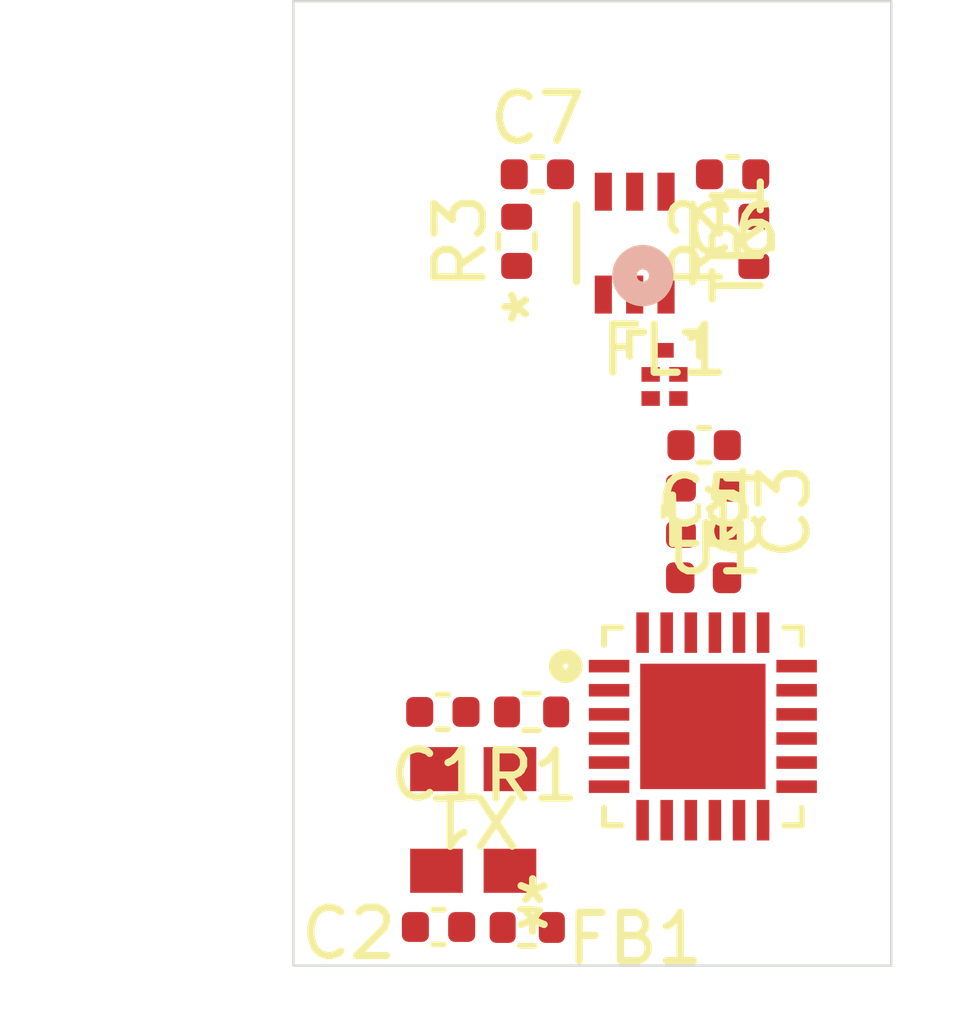
<source format=kicad_pcb>
(kicad_pcb (version 20241229) (generator "pcbnew") (generator_version "9.0")
  (layers (0 "F.Cu" signal) (2 "B.Cu" signal) (13 "F.Paste" user) (15 "B.Paste" user) (5 "F.SilkS" user "F.Silkscreen") (7 "B.SilkS" user "B.Silkscreen") (1 "F.Mask" user) (3 "B.Mask" user) (25 "Edge.Cuts" user))
  (net 0 "")
  (net 3 "GND")
  (net 4 "Net-(U1-RFI_P)")
  (net 10 "Net-(TR1-CTRL)")
  (net 13 "Net-(FL1-OUT)")
  (net 22 "/CLK_{32M}")
  (net 23 "/DIO3_CLK_{EN}")
  (net 24 "/~{RESET}")
  (net 25 "Net-(C1-Pad2)")
  (net 26 "Net-(X1-XO)")
  (net 27 "Net-(X1-VCC)")
  (net 28 "Net-(U1-RFI_N)")
  (net 29 "Net-(FL1-IN)")
  (net 30 "/DIO2")
  (net 31 "Net-(TR1-~{CTRL}{slash}VDD)")
  (net 32 "/MCU_ANT_{SW}")
  (footprint "LoRa-TW:IC5_B39931B2645P810_QUA" (layer "F.Cu") (at 154.0475 118.560125)
    (property "Reference" "FL1" (at 0 -0.500126 0) (layer "F.SilkS"))
    (property "Value" "SAW 922.5MHz")
    (fp_line (start -0.7239 -0.8763) (end -0.7239 -0.37669) (stroke (width 0.1524)) (layer "F.SilkS"))
    (fp_line (start -0.436754 -0.8763) (end -0.7239 -0.8763) (stroke (width 0.1524)) (layer "F.SilkS"))
    (fp_line (start 0.7239 -0.8763) (end 0.436754 -0.8763) (stroke (width 0.1524)) (layer "F.SilkS"))
    (fp_line (start 0.7239 -0.37669) (end 0.7239 -0.8763) (stroke (width 0.1524)) (layer "F.SilkS"))
    (fp_circle (center -0.45 -2.05) (end -0.069 -2.05) (stroke (width 0.508)) (fill no) (layer "F.SilkS"))
    (fp_circle (center -0.45 -2.05) (end -0.069 -2.05) (stroke (width 0.508)) (fill no) (layer "B.SilkS"))
    (pad "1" smd rect (at 0 -0.500126) (size 0.381 0.3048) (layers "F.Cu" "F.Mask" "F.Paste") (net 29 "Net-(FL1-IN)"))
    (pad "2" smd rect (at -0.2875 0) (size 0.381 0.3048) (layers "F.Cu" "F.Mask" "F.Paste") (net 3 "GND"))
    (pad "3" smd rect (at -0.2875 0.499875) (size 0.381 0.3048) (layers "F.Cu" "F.Mask" "F.Paste") (net 3 "GND"))
    (pad "4" smd rect (at 0.2875 0.499875) (size 0.381 0.3048) (layers "F.Cu" "F.Mask" "F.Paste") (net 13 "Net-(FL1-OUT)"))
    (pad "5" smd rect (at 0.2875 0) (size 0.381 0.3048) (layers "F.Cu" "F.Mask" "F.Paste") (net 3 "GND"))
  )
  (footprint "Capacitor_SMD:C_0402_1005Metric" (layer "F.Cu") (at 155.37 121.4 -90)
    (property "Reference" "C3" (at 0 -1.16 90) (layer "F.SilkS"))
    (property "Value" "1p8")
    (fp_line (start -0.107836 0.36) (end 0.107836 0.36) (stroke (width 0.12)) (layer "F.SilkS"))
    (fp_line (start -0.107836 -0.36) (end 0.107836 -0.36) (stroke (width 0.12)) (layer "F.SilkS"))
    (pad "1" smd roundrect (at -0.48 0 270) (size 0.56 0.62) (layers "F.Cu" "F.Mask" "F.Paste") (net 3 "GND"))
    (pad "2" smd roundrect (at 0.48 0 270) (size 0.56 0.62) (layers "F.Cu" "F.Mask" "F.Paste") (net 4 "Net-(U1-RFI_P)"))
  )
  (footprint "Capacitor_SMD:C_0402_1005Metric" (layer "F.Cu") (at 149.45 125.56)
    (property "Reference" "C1" (at -0.107836 1.31 0) (layer "F.SilkS"))
    (property "Value" "10P")
    (fp_line (start -0.107836 -0.36) (end 0.107836 -0.36) (stroke (width 0.12)) (layer "F.SilkS"))
    (fp_line (start -0.107836 0.36) (end 0.107836 0.36) (stroke (width 0.12)) (layer "F.SilkS"))
    (pad "1" smd roundrect (at -0.48 0) (size 0.56 0.62) (layers "F.Cu" "F.Mask" "F.Paste") (net 26 "Net-(X1-XO)"))
    (pad "2" smd roundrect (at 0.48 0) (size 0.56 0.62) (layers "F.Cu" "F.Mask" "F.Paste") (net 25 "Net-(C1-Pad2)"))
  )
  (footprint "LoRa-TW:NT2016SA_NDK" (layer "F.Cu") (at 150.08 127.8 180)
    (property "Reference" "X1" (at 0 0 180) (layer "F.SilkS"))
    (property "Value" "TCXO, 32MHz, 2.0x1.6mm")
    (fp_text user "*" (at -1.2319 -1.7653 180) (layer "F.SilkS"))
    (fp_text user "*" (at -1.2319 -1.7653 180) (layer "F.SilkS"))
    (pad "1" smd rect (at -0.762 -1.0541 180) (size 1.0922 0.9144) (layers "F.Cu" "F.Mask" "F.Paste") (net 3 "GND"))
    (pad "2" smd rect (at -0.762 1.0541 180) (size 1.0922 0.9144) (layers "F.Cu" "F.Mask" "F.Paste") (net 3 "GND"))
    (pad "3" smd rect (at 0.762 1.0541 180) (size 1.0922 0.9144) (layers "F.Cu" "F.Mask" "F.Paste") (net 26 "Net-(X1-XO)"))
    (pad "4" smd rect (at 0.762 -1.0541 180) (size 1.0922 0.9144) (layers "F.Cu" "F.Mask" "F.Paste") (net 27 "Net-(X1-VCC)"))
  )
  (footprint "Resistor_SMD:R_0402_1005Metric" (layer "F.Cu") (at 151.2 130.03)
    (property "Reference" "FB1" (at 2.2435 0.2333 0) (layer "F.SilkS"))
    (property "Value" "100K")
    (fp_line (start -0.153641 -0.38) (end 0.153641 -0.38) (stroke (width 0.12)) (layer "F.SilkS"))
    (fp_line (start -0.153641 0.38) (end 0.153641 0.38) (stroke (width 0.12)) (layer "F.SilkS"))
    (pad "1" smd roundrect (at -0.51 0) (size 0.54 0.64) (layers "F.Cu" "F.Mask" "F.Paste") (net 27 "Net-(X1-VCC)"))
    (pad "2" smd roundrect (at 0.51 0) (size 0.54 0.64) (layers "F.Cu" "F.Mask" "F.Paste") (net 23 "/DIO3_CLK_{EN}"))
  )
  (footprint "Capacitor_SMD:C_0402_1005Metric" (layer "F.Cu") (at 154.86855 120.027375 180)
    (property "Reference" "C5" (at 0 -1.16 0) (layer "F.SilkS"))
    (property "Value" "2p4")
    (fp_line (start -0.107836 0.36) (end 0.107836 0.36) (stroke (width 0.12)) (layer "F.SilkS"))
    (fp_line (start -0.107836 -0.36) (end 0.107836 -0.36) (stroke (width 0.12)) (layer "F.SilkS"))
    (pad "1" smd roundrect (at -0.48 0 180) (size 0.56 0.62) (layers "F.Cu" "F.Mask" "F.Paste") (net 3 "GND"))
    (pad "2" smd roundrect (at 0.48 0 180) (size 0.56 0.62) (layers "F.Cu" "F.Mask" "F.Paste") (net 13 "Net-(FL1-OUT)"))
  )
  (footprint "Capacitor_SMD:C_0402_1005Metric" (layer "F.Cu") (at 151.41 114.41)
    (property "Reference" "C7" (at 0 -1.16 0) (layer "F.SilkS"))
    (property "Value" "1n")
    (fp_line (start -0.107836 -0.36) (end 0.107836 -0.36) (stroke (width 0.12)) (layer "F.SilkS"))
    (fp_line (start -0.107836 0.36) (end 0.107836 0.36) (stroke (width 0.12)) (layer "F.SilkS"))
    (pad "1" smd roundrect (at -0.48 0) (size 0.56 0.62) (layers "F.Cu" "F.Mask" "F.Paste") (net 3 "GND"))
    (pad "2" smd roundrect (at 0.48 0) (size 0.56 0.62) (layers "F.Cu" "F.Mask" "F.Paste") (net 31 "Net-(TR1-~{CTRL}{slash}VDD)"))
  )
  (footprint "Resistor_SMD:R_0402_1005Metric" (layer "F.Cu") (at 151.29 125.56)
    (property "Reference" "R1" (at 0 1.33 0) (layer "F.SilkS"))
    (property "Value" "220")
    (fp_line (start -0.153641 -0.38) (end 0.153641 -0.38) (stroke (width 0.12)) (layer "F.SilkS"))
    (fp_line (start -0.153641 0.38) (end 0.153641 0.38) (stroke (width 0.12)) (layer "F.SilkS"))
    (pad "1" smd roundrect (at -0.51 0) (size 0.54 0.64) (layers "F.Cu" "F.Mask" "F.Paste") (net 25 "Net-(C1-Pad2)"))
    (pad "2" smd roundrect (at 0.51 0) (size 0.54 0.64) (layers "F.Cu" "F.Mask" "F.Paste") (net 22 "/CLK_{32M}"))
  )
  (footprint "Resistor_SMD:R_0402_1005Metric" (layer "F.Cu") (at 155.9 115.8 90)
    (property "Reference" "R2" (at 0 -1.17 90) (layer "F.SilkS"))
    (property "Value" "100")
    (fp_line (start -0.153641 -0.38) (end 0.153641 -0.38) (stroke (width 0.12)) (layer "F.SilkS"))
    (fp_line (start -0.153641 0.38) (end 0.153641 0.38) (stroke (width 0.12)) (layer "F.SilkS"))
    (pad "1" smd roundrect (at -0.51 0 90) (size 0.54 0.64) (layers "F.Cu" "F.Mask" "F.Paste") (net 30 "/DIO2"))
    (pad "2" smd roundrect (at 0.51 0 90) (size 0.54 0.64) (layers "F.Cu" "F.Mask" "F.Paste") (net 10 "Net-(TR1-CTRL)"))
  )
  (footprint "LoRa-TW:SX1262IMLTRT" (layer "F.Cu") (at 154.8425 125.860125)
    (property "Reference" "U1" (at 0.254 -3.683 0) (layer "F.SilkS"))
    (property "Value" "SX1262IMLTRT")
    (fp_line (start -2.05 -2.05) (end -2.05 -1.69) (stroke (width 0.127)) (layer "F.SilkS"))
    (fp_line (start -2.05 2.05) (end -2.05 1.69) (stroke (width 0.127)) (layer "F.SilkS"))
    (fp_line (start -1.69 -2.05) (end -2.05 -2.05) (stroke (width 0.127)) (layer "F.SilkS"))
    (fp_line (start -1.69 2.05) (end -2.05 2.05) (stroke (width 0.127)) (layer "F.SilkS"))
    (fp_line (start 1.69 2.05) (end 2.05 2.05) (stroke (width 0.127)) (layer "F.SilkS"))
    (fp_line (start 2.05 -2.05) (end 1.69 -2.05) (stroke (width 0.127)) (layer "F.SilkS"))
    (fp_line (start 2.05 -1.69) (end 2.05 -2.05) (stroke (width 0.127)) (layer "F.SilkS"))
    (fp_line (start 2.05 2.05) (end 2.05 1.69) (stroke (width 0.127)) (layer "F.SilkS"))
    (fp_circle (center -2.845 -1.25) (end -2.795 -1.25) (stroke (width 0.3)) (fill no) (layer "F.SilkS"))
    (pad "1" smd rect (at -1.945 -1.25) (size 0.84 0.26) (layers "F.Cu" "F.Mask" "F.Paste"))
    (pad "2" smd rect (at -1.945 -0.75) (size 0.84 0.26) (layers "F.Cu" "F.Mask" "F.Paste") (net 3 "GND"))
    (pad "3" smd rect (at -1.945 -0.25) (size 0.84 0.26) (layers "F.Cu" "F.Mask" "F.Paste") (net 22 "/CLK_{32M}"))
    (pad "4" smd rect (at -1.945 0.25) (size 0.84 0.26) (layers "F.Cu" "F.Mask" "F.Paste"))
    (pad "5" smd rect (at -1.945 0.75) (size 0.84 0.26) (layers "F.Cu" "F.Mask" "F.Paste") (net 3 "GND"))
    (pad "6" smd rect (at -1.945 1.25) (size 0.84 0.26) (layers "F.Cu" "F.Mask" "F.Paste") (net 23 "/DIO3_CLK_{EN}"))
    (pad "7" smd rect (at -1.25 1.945) (size 0.26 0.84) (layers "F.Cu" "F.Mask" "F.Paste"))
    (pad "8" smd rect (at -0.75 1.945) (size 0.26 0.84) (layers "F.Cu" "F.Mask" "F.Paste") (net 3 "GND"))
    (pad "9" smd rect (at -0.25 1.945) (size 0.26 0.84) (layers "F.Cu" "F.Mask" "F.Paste"))
    (pad "10" smd rect (at 0.25 1.945) (size 0.26 0.84) (layers "F.Cu" "F.Mask" "F.Paste"))
    (pad "11" smd rect (at 0.75 1.945) (size 0.26 0.84) (layers "F.Cu" "F.Mask" "F.Paste"))
    (pad "12" smd rect (at 1.25 1.945) (size 0.26 0.84) (layers "F.Cu" "F.Mask" "F.Paste") (net 30 "/DIO2"))
    (pad "13" smd rect (at 1.945 1.25) (size 0.84 0.26) (layers "F.Cu" "F.Mask" "F.Paste"))
    (pad "14" smd rect (at 1.945 0.75) (size 0.84 0.26) (layers "F.Cu" "F.Mask" "F.Paste"))
    (pad "15" smd rect (at 1.945 0.25) (size 0.84 0.26) (layers "F.Cu" "F.Mask" "F.Paste") (net 24 "/~{RESET}"))
    (pad "16" smd rect (at 1.945 -0.25) (size 0.84 0.26) (layers "F.Cu" "F.Mask" "F.Paste"))
    (pad "17" smd rect (at 1.945 -0.75) (size 0.84 0.26) (layers "F.Cu" "F.Mask" "F.Paste"))
    (pad "18" smd rect (at 1.945 -1.25) (size 0.84 0.26) (layers "F.Cu" "F.Mask" "F.Paste"))
    (pad "19" smd rect (at 1.25 -1.945) (size 0.26 0.84) (layers "F.Cu" "F.Mask" "F.Paste"))
    (pad "20" smd rect (at 0.75 -1.945) (size 0.26 0.84) (layers "F.Cu" "F.Mask" "F.Paste") (net 3 "GND"))
    (pad "21" smd rect (at 0.25 -1.945) (size 0.26 0.84) (layers "F.Cu" "F.Mask" "F.Paste") (net 4 "Net-(U1-RFI_P)"))
    (pad "22" smd rect (at -0.25 -1.945) (size 0.26 0.84) (layers "F.Cu" "F.Mask" "F.Paste") (net 28 "Net-(U1-RFI_N)"))
    (pad "23" smd rect (at -0.75 -1.945) (size 0.26 0.84) (layers "F.Cu" "F.Mask" "F.Paste"))
    (pad "24" smd rect (at -1.25 -1.945) (size 0.26 0.84) (layers "F.Cu" "F.Mask" "F.Paste"))
    (pad "25" smd rect (at 0 0) (size 2.6 2.6) (layers "F.Cu" "F.Mask") (net 3 "GND"))
  )
  (footprint "Capacitor_SMD:C_0402_1005Metric" (layer "F.Cu") (at 155.46 114.41 180)
    (property "Reference" "C6" (at 0 -1.16 0) (layer "F.SilkS"))
    (property "Value" "1n")
    (fp_line (start -0.107836 0.36) (end 0.107836 0.36) (stroke (width 0.12)) (layer "F.SilkS"))
    (fp_line (start -0.107836 -0.36) (end 0.107836 -0.36) (stroke (width 0.12)) (layer "F.SilkS"))
    (pad "1" smd roundrect (at -0.48 0 180) (size 0.56 0.62) (layers "F.Cu" "F.Mask" "F.Paste") (net 3 "GND"))
    (pad "2" smd roundrect (at 0.48 0 180) (size 0.56 0.62) (layers "F.Cu" "F.Mask" "F.Paste") (net 10 "Net-(TR1-CTRL)"))
  )
  (footprint "Resistor_SMD:R_0402_1005Metric" (layer "F.Cu") (at 150.98 115.8 90)
    (property "Reference" "R3" (at 0 -1.17 90) (layer "F.SilkS"))
    (property "Value" "100")
    (fp_line (start -0.153641 -0.38) (end 0.153641 -0.38) (stroke (width 0.12)) (layer "F.SilkS"))
    (fp_line (start -0.153641 0.38) (end 0.153641 0.38) (stroke (width 0.12)) (layer "F.SilkS"))
    (pad "1" smd roundrect (at -0.51 0 90) (size 0.54 0.64) (layers "F.Cu" "F.Mask" "F.Paste") (net 32 "/MCU_ANT_{SW}"))
    (pad "2" smd roundrect (at 0.51 0 90) (size 0.54 0.64) (layers "F.Cu" "F.Mask" "F.Paste") (net 31 "Net-(TR1-~{CTRL}{slash}VDD)"))
  )
  (footprint "Inductor_SMD:L_0402_1005Metric" (layer "F.Cu") (at 154.85855 122.777375)
    (property "Reference" "L1" (at 0 -1.17 0) (layer "F.SilkS"))
    (property "Value" "15n")
    (pad "1" smd roundrect (at -0.485 0) (size 0.59 0.64) (layers "F.Cu" "F.Mask" "F.Paste") (net 28 "Net-(U1-RFI_N)"))
    (pad "2" smd roundrect (at 0.485 0) (size 0.59 0.64) (layers "F.Cu" "F.Mask" "F.Paste") (net 4 "Net-(U1-RFI_P)"))
  )
  (footprint "LoRa-TW:SC-70-6_PSM" (layer "F.Cu") (at 153.42855 115.837375 90)
    (property "Reference" "TR1" (at 0.1 2.15 90) (layer "F.SilkS"))
    (property "Value" "PE4259-63")
    (fp_line (start 0.8001 -1.2065) (end -0.8001 -1.2065) (stroke (width 0.1524)) (layer "F.SilkS"))
    (fp_line (start -0.8001 1.2065) (end 0.8001 1.2065) (stroke (width 0.1524)) (layer "F.SilkS"))
    (fp_text user "*" (at -1.3208 -2.1486 90) (layer "F.SilkS"))
    (fp_text user "*" (at -1.3208 -2.1486 90) (layer "F.SilkS"))
    (pad "1" smd rect (at -1.0668 -0.649999 90) (size 0.7874 0.3556) (layers "F.Cu" "F.Mask" "F.Paste"))
    (pad "2" smd rect (at -1.0668 0 90) (size 0.7874 0.3556) (layers "F.Cu" "F.Mask" "F.Paste"))
    (pad "3" smd rect (at -1.0668 0.649999 90) (size 0.7874 0.3556) (layers "F.Cu" "F.Mask" "F.Paste") (net 29 "Net-(FL1-IN)"))
    (pad "4" smd rect (at 1.0668 0.649999 90) (size 0.7874 0.3556) (layers "F.Cu" "F.Mask" "F.Paste") (net 10 "Net-(TR1-CTRL)"))
    (pad "5" smd rect (at 1.0668 0 90) (size 0.7874 0.3556) (layers "F.Cu" "F.Mask" "F.Paste"))
    (pad "6" smd rect (at 1.0668 -0.649999 90) (size 0.7874 0.3556) (layers "F.Cu" "F.Mask" "F.Paste") (net 31 "Net-(TR1-~{CTRL}{slash}VDD)"))
  )
  (footprint "Capacitor_SMD:C_0402_1005Metric" (layer "F.Cu") (at 154.38855 121.397375 -90)
    (property "Reference" "C4" (at 0 -1.16 90) (layer "F.SilkS"))
    (property "Value" "2p4")
    (fp_line (start -0.107836 0.36) (end 0.107836 0.36) (stroke (width 0.12)) (layer "F.SilkS"))
    (fp_line (start -0.107836 -0.36) (end 0.107836 -0.36) (stroke (width 0.12)) (layer "F.SilkS"))
    (pad "1" smd roundrect (at -0.48 0 270) (size 0.56 0.62) (layers "F.Cu" "F.Mask" "F.Paste") (net 13 "Net-(FL1-OUT)"))
    (pad "2" smd roundrect (at 0.48 0 270) (size 0.56 0.62) (layers "F.Cu" "F.Mask" "F.Paste") (net 28 "Net-(U1-RFI_N)"))
  )
  (footprint "Capacitor_SMD:C_0402_1005Metric" (layer "F.Cu") (at 149.36 130.02)
    (property "Reference" "C2" (at -1.8635 0.1367 0) (layer "F.SilkS"))
    (property "Value" "100n")
    (fp_line (start -0.107836 -0.36) (end 0.107836 -0.36) (stroke (width 0.12)) (layer "F.SilkS"))
    (fp_line (start -0.107836 0.36) (end 0.107836 0.36) (stroke (width 0.12)) (layer "F.SilkS"))
    (pad "1" smd roundrect (at -0.48 0) (size 0.56 0.62) (layers "F.Cu" "F.Mask" "F.Paste") (net 3 "GND"))
    (pad "2" smd roundrect (at 0.48 0) (size 0.56 0.62) (layers "F.Cu" "F.Mask" "F.Paste") (net 27 "Net-(X1-VCC)"))
  )
  (gr_rect (start 146.35 110.82) (end 158.75 130.82) (stroke (width 0.05)) (fill no) (layer "Edge.Cuts"))
)
</source>
